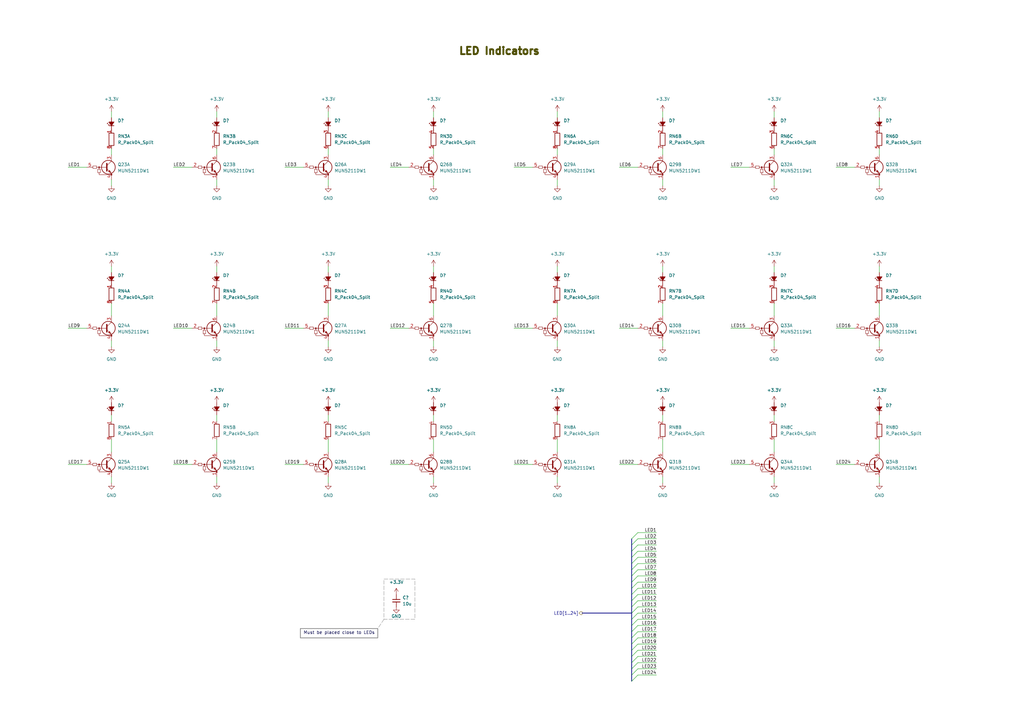
<source format=kicad_sch>
(kicad_sch (version 20230121) (generator eeschema)
  (paper "A3")
  (title_block (title "LED Indicators") (date "2023-06-29") (rev "R1"))
  (lib_symbols
    (symbol "Device:C_Small" (pin_numbers hide) (pin_names (offset 0.254) hide)
      (property "Reference" "C" (at 0.254 1.778 0))
      (property "Value" "C_Small" (at 0.254 -2.032 0))
      (symbol "C_Small_0_1"
        (polyline (pts (xy -1.524 -0.508) (xy 1.524 -0.508)) (stroke (width 0.3302)))
        (polyline (pts (xy -1.524 0.508) (xy 1.524 0.508)) (stroke (width 0.3048)))
      )
      (symbol "C_Small_1_1"
        (pin passive line (at 0 2.54 270) (length 2.032) (name "~") (number "1"))
        (pin passive line (at 0 -2.54 90) (length 2.032) (name "~") (number "2"))
      )
    )
    (symbol "Device:LED_Small_Filled" (pin_numbers hide) (pin_names (offset 0.254) hide)
      (property "Reference" "D" (at -1.27 3.175 0))
      (property "Value" "LED_Small_Filled" (at -4.445 -2.54 0))
      (symbol "LED_Small_Filled_0_1"
        (polyline (pts (xy -0.762 -1.016) (xy -0.762 1.016)) (stroke (width 0.254)))
        (polyline (pts (xy 1.016 0) (xy -0.762 0)))
        (polyline (pts (xy 0.762 -1.016) (xy -0.762 0) (xy 0.762 1.016) (xy 0.762 -1.016)) (stroke (width 0.254)) (fill (type outline)))
        (polyline (pts (xy 0 0.762) (xy -0.508 1.27) (xy -0.254 1.27) (xy -0.508 1.27) (xy -0.508 1.016)))
        (polyline (pts (xy 0.508 1.27) (xy 0 1.778) (xy 0.254 1.778) (xy 0 1.778) (xy 0 1.524)))
      )
      (symbol "LED_Small_Filled_1_1"
        (pin passive line (at -2.54 0 0) (length 1.778) (name "K") (number "1"))
        (pin passive line (at 2.54 0 180) (length 1.778) (name "A") (number "2"))
      )
    )
    (symbol "Device:R_Pack04_Split" (pin_names (offset 0) hide)
      (property "Reference" "RN" (at 2.032 0 90))
      (property "Value" "R_Pack04_Split" (at 0 0 90))
      (symbol "R_Pack04_Split_0_1"
        (rectangle (start 1.016 2.54) (end -1.016 -2.54) (stroke (width 0.254)))
      )
      (symbol "R_Pack04_Split_1_1"
        (pin passive line (at 0 -3.81 90) (length 1.27) (name "R1.1") (number "1"))
        (pin passive line (at 0 3.81 270) (length 1.27) (name "R1.2") (number "8"))
      )
      (symbol "R_Pack04_Split_2_1"
        (pin passive line (at 0 -3.81 90) (length 1.27) (name "R2.1") (number "2"))
        (pin passive line (at 0 3.81 270) (length 1.27) (name "R2.2") (number "7"))
      )
      (symbol "R_Pack04_Split_3_1"
        (pin passive line (at 0 -3.81 90) (length 1.27) (name "R3.1") (number "3"))
        (pin passive line (at 0 3.81 270) (length 1.27) (name "R3.2") (number "6"))
      )
      (symbol "R_Pack04_Split_4_1"
        (pin passive line (at 0 -3.81 90) (length 1.27) (name "R4.1") (number "4"))
        (pin passive line (at 0 3.81 270) (length 1.27) (name "R4.2") (number "5"))
      )
    )
    (symbol "Transistor_BJT:MUN5211DW1" (pin_names hide)
      (property "Reference" "Q" (at 3.81 1.27 0))
      (property "Value" "MUN5211DW1" (at 3.81 -1.27 0))
      (symbol "MUN5211DW1_0_1"
        (rectangle (start -6.35 0.508) (end -4.826 -0.508))
        (rectangle (start -4.318 -2.286) (end -3.302 -0.762))
        (circle (center -3.81 0) (radius 0.254) (fill (type outline)))
        (polyline (pts (xy -3.81 -0.762) (xy -3.81 0)))
        (polyline (pts (xy -0.762 0) (xy -4.826 0)))
        (polyline (pts (xy -0.635 1.524) (xy -0.635 -1.524)) (stroke (width 0.508)))
        (polyline (pts (xy -3.81 -2.286) (xy -3.81 -3.048) (xy 1.27 -3.048)))
        (circle (center 1.27 -3.048) (radius 0.254) (fill (type outline)))
      )
      (symbol "MUN5211DW1_1_1"
        (polyline (pts (xy -0.635 0.635) (xy 1.27 2.54)))
        (polyline (pts (xy -0.635 -0.635) (xy 1.27 -2.54) (xy 1.27 -2.54)))
        (polyline (pts (xy 0 -1.778) (xy 0.508 -1.27) (xy 1.016 -2.286) (xy 0 -1.778) (xy 0 -1.778)) (fill (type outline)))
        (circle (center 0 0) (radius 2.8194) (stroke (width 0.254)))
        (pin passive line (at 1.27 5.08 270) (length 2.54) (name "C1") (number "3"))
        (pin passive line (at 1.27 -5.08 90) (length 2.54) (name "E1") (number "4"))
        (pin input line (at -8.89 0 0) (length 2.54) (name "B1") (number "5"))
      )
      (symbol "MUN5211DW1_2_1"
        (polyline (pts (xy -0.635 0.635) (xy 1.27 2.54)))
        (polyline (pts (xy -0.635 -0.635) (xy 1.27 -2.54) (xy 1.27 -2.54)))
        (polyline (pts (xy 0 -1.778) (xy 0.508 -1.27) (xy 1.016 -2.286) (xy 0 -1.778) (xy 0 -1.778)) (fill (type outline)))
        (circle (center 0 0) (radius 2.8194) (stroke (width 0.254)))
        (pin passive line (at 1.27 -5.08 90) (length 2.54) (name "E2") (number "1"))
        (pin input line (at -8.89 0 0) (length 2.54) (name "B2") (number "2"))
        (pin passive line (at 1.27 5.08 270) (length 2.54) (name "C2") (number "6"))
      )
    )
    (symbol "power:+3.3V" (power) (pin_names (offset 0))
      (property "Value" "+3.3V" (at 0 3.556 0))
      (symbol "+3.3V_0_1"
        (polyline (pts (xy -0.762 1.27) (xy 0 2.54)))
        (polyline (pts (xy 0 0) (xy 0 2.54)))
        (polyline (pts (xy 0 2.54) (xy 0.762 1.27)))
      )
      (symbol "+3.3V_1_1"
        (pin power_in line (at 0 0 90) (length 0) hide (name "+3.3V") (number "1"))
      )
    )
    (symbol "power:GND" (power) (pin_names (offset 0))
      (property "Value" "GND" (at 0 -3.81 0))
      (symbol "GND_0_1"
        (polyline (pts (xy 0 0) (xy 0 -1.27) (xy 1.27 -1.27) (xy 0 -2.54) (xy -1.27 -1.27) (xy 0 -1.27)))
      )
      (symbol "GND_1_1"
        (pin power_in line (at 0 0 270) (length 0) hide (name "GND") (number "1"))
      )
    )
  )
  (bus_entry (at 261.62 241.3) (size -2.54 2.54))
  (bus_entry (at 259.08 231.14) (size 2.54 -2.54))
  (bus_entry (at 259.08 246.38) (size 2.54 -2.54))
  (bus_entry (at 259.08 256.54) (size 2.54 -2.54))
  (bus_entry (at 259.08 236.22) (size 2.54 -2.54))
  (bus_entry (at 259.08 220.98) (size 2.54 -2.54))
  (bus_entry (at 261.62 276.86) (size -2.54 2.54))
  (bus_entry (at 259.08 223.52) (size 2.54 -2.54))
  (bus_entry (at 259.08 226.06) (size 2.54 -2.54))
  (bus_entry (at 259.08 266.7) (size 2.54 -2.54))
  (bus_entry (at 259.08 274.32) (size 2.54 -2.54))
  (bus_entry (at 259.08 238.76) (size 2.54 -2.54))
  (bus_entry (at 259.08 271.78) (size 2.54 -2.54))
  (bus_entry (at 259.08 261.62) (size 2.54 -2.54))
  (bus_entry (at 259.08 233.68) (size 2.54 -2.54))
  (bus_entry (at 259.08 276.86) (size 2.54 -2.54))
  (bus_entry (at 259.08 228.6) (size 2.54 -2.54))
  (bus_entry (at 259.08 264.16) (size 2.54 -2.54))
  (bus_entry (at 259.08 241.3) (size 2.54 -2.54))
  (bus_entry (at 259.08 251.46) (size 2.54 -2.54))
  (bus_entry (at 261.62 266.7) (size -2.54 2.54))
  (bus_entry (at 259.08 248.92) (size 2.54 -2.54))
  (bus_entry (at 259.08 259.08) (size 2.54 -2.54))
  (bus_entry (at 259.08 254) (size 2.54 -2.54))
  (wire (pts (xy 317.5 60.96) (xy 317.5 63.5)))
  (wire (pts (xy 160.02 190.5) (xy 167.64 190.5)))
  (wire (pts (xy 88.9 195.58) (xy 88.9 198.12)))
  (wire (pts (xy 228.6 180.34) (xy 228.6 185.42)))
  (wire (pts (xy 261.62 220.98) (xy 269.24 220.98)))
  (wire (pts (xy 261.62 228.6) (xy 269.24 228.6)))
  (bus (pts (xy 259.08 264.16) (xy 259.08 266.7)))
  (wire (pts (xy 317.5 124.46) (xy 317.5 129.54)))
  (wire (pts (xy 88.9 124.46) (xy 88.9 129.54)))
  (wire (pts (xy 228.6 60.96) (xy 228.6 63.5)))
  (wire (pts (xy 228.6 109.22) (xy 228.6 111.76)))
  (wire (pts (xy 45.72 109.22) (xy 45.72 111.76)))
  (wire (pts (xy 271.78 195.58) (xy 271.78 198.12)))
  (wire (pts (xy 360.68 109.22) (xy 360.68 111.76)))
  (wire (pts (xy 261.62 231.14) (xy 269.24 231.14)))
  (bus (pts (xy 259.08 276.86) (xy 259.08 279.4)))
  (wire (pts (xy 261.62 238.76) (xy 269.24 238.76)))
  (wire (pts (xy 134.62 170.18) (xy 134.62 172.72)))
  (bus (pts (xy 259.08 254) (xy 259.08 256.54)))
  (bus (pts (xy 259.08 238.76) (xy 259.08 241.3)))
  (wire (pts (xy 228.6 73.66) (xy 228.6 76.2)))
  (wire (pts (xy 317.5 48.26) (xy 317.5 45.72)))
  (wire (pts (xy 210.82 190.5) (xy 218.44 190.5)))
  (wire (pts (xy 261.62 236.22) (xy 269.24 236.22)))
  (wire (pts (xy 261.62 233.68) (xy 269.24 233.68)))
  (wire (pts (xy 317.5 180.34) (xy 317.5 185.42)))
  (wire (pts (xy 317.5 195.58) (xy 317.5 198.12)))
  (bus (pts (xy 259.08 274.32) (xy 259.08 276.86)))
  (wire (pts (xy 160.02 134.62) (xy 167.64 134.62)))
  (wire (pts (xy 299.72 134.62) (xy 307.34 134.62)))
  (wire (pts (xy 360.68 60.96) (xy 360.68 63.5)))
  (wire (pts (xy 228.6 124.46) (xy 228.6 129.54)))
  (wire (pts (xy 27.94 68.58) (xy 35.56 68.58)))
  (wire (pts (xy 271.78 60.96) (xy 271.78 63.5)))
  (wire (pts (xy 134.62 48.26) (xy 134.62 45.72)))
  (bus (pts (xy 259.08 269.24) (xy 259.08 271.78)))
  (wire (pts (xy 271.78 109.22) (xy 271.78 111.76)))
  (wire (pts (xy 317.5 139.7) (xy 317.5 142.24)))
  (bus (pts (xy 259.08 251.46) (xy 259.08 254)))
  (wire (pts (xy 254 190.5) (xy 261.62 190.5)))
  (bus (pts (xy 259.08 241.3) (xy 259.08 243.84)))
  (wire (pts (xy 88.9 48.26) (xy 88.9 45.72)))
  (wire (pts (xy 261.62 256.54) (xy 269.24 256.54)))
  (bus (pts (xy 259.08 266.7) (xy 259.08 269.24)))
  (bus (pts (xy 259.08 231.14) (xy 259.08 233.68)))
  (wire (pts (xy 228.6 195.58) (xy 228.6 198.12)))
  (wire (pts (xy 269.24 218.44) (xy 261.62 218.44)))
  (wire (pts (xy 88.9 109.22) (xy 88.9 111.76)))
  (wire (pts (xy 134.62 195.58) (xy 134.62 198.12)))
  (wire (pts (xy 261.62 271.78) (xy 269.24 271.78)))
  (wire (pts (xy 261.62 246.38) (xy 269.24 246.38)))
  (wire (pts (xy 45.72 195.58) (xy 45.72 198.12)))
  (wire (pts (xy 45.72 139.7) (xy 45.72 142.24)))
  (wire (pts (xy 116.84 68.58) (xy 124.46 68.58)))
  (bus (pts (xy 259.08 220.98) (xy 259.08 223.52)))
  (polyline (pts (xy 157.48 254) (xy 154.94 257.81)) (stroke (width 0.15) (type dash) (color 132 132 132 1)))
  (bus (pts (xy 259.08 228.6) (xy 259.08 231.14)))
  (wire (pts (xy 228.6 48.26) (xy 228.6 45.72)))
  (wire (pts (xy 261.62 274.32) (xy 269.24 274.32)))
  (wire (pts (xy 360.68 195.58) (xy 360.68 198.12)))
  (wire (pts (xy 228.6 170.18) (xy 228.6 172.72)))
  (wire (pts (xy 160.02 68.58) (xy 167.64 68.58)))
  (wire (pts (xy 317.5 73.66) (xy 317.5 76.2)))
  (wire (pts (xy 261.62 266.7) (xy 269.24 266.7)))
  (wire (pts (xy 261.62 276.86) (xy 269.24 276.86)))
  (wire (pts (xy 88.9 73.66) (xy 88.9 76.2)))
  (wire (pts (xy 360.68 180.34) (xy 360.68 185.42)))
  (wire (pts (xy 342.9 68.58) (xy 350.52 68.58)))
  (wire (pts (xy 27.94 134.62) (xy 35.56 134.62)))
  (wire (pts (xy 134.62 180.34) (xy 134.62 185.42)))
  (wire (pts (xy 134.62 109.22) (xy 134.62 111.76)))
  (wire (pts (xy 116.84 134.62) (xy 124.46 134.62)))
  (wire (pts (xy 88.9 180.34) (xy 88.9 185.42)))
  (wire (pts (xy 261.62 241.3) (xy 269.24 241.3)))
  (wire (pts (xy 177.8 109.22) (xy 177.8 111.76)))
  (wire (pts (xy 210.82 68.58) (xy 218.44 68.58)))
  (wire (pts (xy 261.62 264.16) (xy 269.24 264.16)))
  (wire (pts (xy 177.8 124.46) (xy 177.8 129.54)))
  (wire (pts (xy 71.12 68.58) (xy 78.74 68.58)))
  (wire (pts (xy 177.8 48.26) (xy 177.8 45.72)))
  (bus (pts (xy 259.08 271.78) (xy 259.08 274.32)))
  (wire (pts (xy 45.72 180.34) (xy 45.72 185.42)))
  (wire (pts (xy 177.8 170.18) (xy 177.8 172.72)))
  (wire (pts (xy 271.78 73.66) (xy 271.78 76.2)))
  (bus (pts (xy 259.08 233.68) (xy 259.08 236.22)))
  (wire (pts (xy 317.5 109.22) (xy 317.5 111.76)))
  (wire (pts (xy 317.5 170.18) (xy 317.5 172.72)))
  (bus (pts (xy 259.08 261.62) (xy 259.08 264.16)))
  (bus (pts (xy 259.08 243.84) (xy 259.08 246.38)))
  (wire (pts (xy 88.9 170.18) (xy 88.9 172.72)))
  (wire (pts (xy 360.68 48.26) (xy 360.68 45.72)))
  (wire (pts (xy 45.72 170.18) (xy 45.72 172.72)))
  (wire (pts (xy 342.9 134.62) (xy 350.52 134.62)))
  (wire (pts (xy 299.72 68.58) (xy 307.34 68.58)))
  (wire (pts (xy 271.78 124.46) (xy 271.78 129.54)))
  (wire (pts (xy 261.62 261.62) (xy 269.24 261.62)))
  (wire (pts (xy 271.78 139.7) (xy 271.78 142.24)))
  (bus (pts (xy 238.76 251.46) (xy 259.08 251.46)))
  (wire (pts (xy 134.62 60.96) (xy 134.62 63.5)))
  (wire (pts (xy 360.68 170.18) (xy 360.68 172.72)))
  (wire (pts (xy 261.62 251.46) (xy 269.24 251.46)))
  (wire (pts (xy 134.62 124.46) (xy 134.62 129.54)))
  (bus (pts (xy 259.08 223.52) (xy 259.08 226.06)))
  (wire (pts (xy 45.72 73.66) (xy 45.72 76.2)))
  (wire (pts (xy 271.78 180.34) (xy 271.78 185.42)))
  (wire (pts (xy 299.72 190.5) (xy 307.34 190.5)))
  (wire (pts (xy 177.8 195.58) (xy 177.8 198.12)))
  (wire (pts (xy 360.68 139.7) (xy 360.68 142.24)))
  (wire (pts (xy 254 134.62) (xy 261.62 134.62)))
  (wire (pts (xy 261.62 248.92) (xy 269.24 248.92)))
  (bus (pts (xy 259.08 248.92) (xy 259.08 251.46)))
  (wire (pts (xy 360.68 73.66) (xy 360.68 76.2)))
  (wire (pts (xy 210.82 134.62) (xy 218.44 134.62)))
  (wire (pts (xy 177.8 60.96) (xy 177.8 63.5)))
  (bus (pts (xy 259.08 259.08) (xy 259.08 261.62)))
  (wire (pts (xy 254 68.58) (xy 261.62 68.58)))
  (bus (pts (xy 259.08 256.54) (xy 259.08 259.08)))
  (wire (pts (xy 261.62 259.08) (xy 269.24 259.08)))
  (wire (pts (xy 261.62 269.24) (xy 269.24 269.24)))
  (wire (pts (xy 261.62 226.06) (xy 269.24 226.06)))
  (wire (pts (xy 271.78 170.18) (xy 271.78 172.72)))
  (wire (pts (xy 134.62 139.7) (xy 134.62 142.24)))
  (wire (pts (xy 71.12 190.5) (xy 78.74 190.5)))
  (wire (pts (xy 116.84 190.5) (xy 124.46 190.5)))
  (wire (pts (xy 27.94 190.5) (xy 35.56 190.5)))
  (bus (pts (xy 259.08 246.38) (xy 259.08 248.92)))
  (wire (pts (xy 45.72 124.46) (xy 45.72 129.54)))
  (wire (pts (xy 228.6 139.7) (xy 228.6 142.24)))
  (wire (pts (xy 177.8 73.66) (xy 177.8 76.2)))
  (wire (pts (xy 134.62 73.66) (xy 134.62 76.2)))
  (wire (pts (xy 71.12 134.62) (xy 78.74 134.62)))
  (wire (pts (xy 271.78 48.26) (xy 271.78 45.72)))
  (wire (pts (xy 360.68 124.46) (xy 360.68 129.54)))
  (wire (pts (xy 45.72 60.96) (xy 45.72 63.5)))
  (wire (pts (xy 261.62 243.84) (xy 269.24 243.84)))
  (wire (pts (xy 45.72 48.26) (xy 45.72 45.72)))
  (wire (pts (xy 342.9 190.5) (xy 350.52 190.5)))
  (bus (pts (xy 259.08 226.06) (xy 259.08 228.6)))
  (wire (pts (xy 88.9 139.7) (xy 88.9 142.24)))
  (wire (pts (xy 261.62 254) (xy 269.24 254)))
  (bus (pts (xy 259.08 236.22) (xy 259.08 238.76)))
  (wire (pts (xy 177.8 139.7) (xy 177.8 142.24)))
  (wire (pts (xy 88.9 60.96) (xy 88.9 63.5)))
  (wire (pts (xy 261.62 223.52) (xy 269.24 223.52)))
  (wire (pts (xy 177.8 180.34) (xy 177.8 185.42)))
  (rectangle (start 123.19 257.81) (end 154.94 261.62) (stroke (width 0.3) (color 132 132 132 1)))
  (rectangle (start 157.48 237.49) (end 170.18 254) (stroke (width 0.15) (type dash) (color 132 132 132 1)))
  (text "Must be placed close to LEDs" (at 124.46 260.35 0) (effects (font (size 1.27 1.27)) (justify left bottom)))
  (text "${TITLE}" (at 187.96 22.86 0) (effects (font (size 3 3) (thickness 0.8) bold) (justify left bottom)))
  (label "LED8" (at 269.24 236.22 180))
  (label "LED4" (at 269.24 226.06 180))
  (label "LED18" (at 269.24 261.62 180))
  (label "LED2" (at 71.12 68.58 0))
  (label "LED22" (at 269.24 271.78 180))
  (label "LED16" (at 342.9 134.62 0))
  (label "LED18" (at 71.12 190.5 0))
  (label "LED12" (at 160.02 134.62 0))
  (label "LED17" (at 27.94 190.5 0))
  (label "LED19" (at 269.24 264.16 180))
  (label "LED19" (at 116.84 190.5 0))
  (label "LED5" (at 269.24 228.6 180))
  (label "LED24" (at 342.9 190.5 0))
  (label "LED12" (at 269.24 246.38 180))
  (label "LED11" (at 116.84 134.62 0))
  (label "LED3" (at 116.84 68.58 0))
  (label "LED15" (at 299.72 134.62 0))
  (label "LED5" (at 210.82 68.58 0))
  (label "LED20" (at 160.02 190.5 0))
  (label "LED23" (at 299.72 190.5 0))
  (label "LED22" (at 254 190.5 0))
  (label "LED17" (at 269.24 259.08 180))
  (label "LED2" (at 269.24 220.98 180))
  (label "LED4" (at 160.02 68.58 0))
  (label "LED7" (at 299.72 68.58 0))
  (label "LED14" (at 269.24 251.46 180))
  (label "LED11" (at 269.24 243.84 180))
  (label "LED1" (at 269.24 218.44 180))
  (label "LED1" (at 27.94 68.58 0))
  (label "LED21" (at 269.24 269.24 180))
  (label "LED10" (at 269.24 241.3 180))
  (label "LED13" (at 269.24 248.92 180))
  (label "LED14" (at 254 134.62 0))
  (label "LED10" (at 71.12 134.62 0))
  (label "LED6" (at 254 68.58 0))
  (label "LED15" (at 269.24 254 180))
  (label "LED9" (at 27.94 134.62 0))
  (label "LED21" (at 210.82 190.5 0))
  (label "LED7" (at 269.24 233.68 180))
  (label "LED16" (at 269.24 256.54 180))
  (label "LED23" (at 269.24 274.32 180))
  (label "LED3" (at 269.24 223.52 180))
  (label "LED24" (at 269.24 276.86 180))
  (label "LED20" (at 269.24 266.7 180))
  (label "LED6" (at 269.24 231.14 180))
  (label "LED13" (at 210.82 134.62 0))
  (label "LED8" (at 342.9 68.58 0))
  (label "LED9" (at 269.24 238.76 180))
  (hierarchical_label "LED[1..24]" (shape output) (at 238.76 251.46 180))
  (symbol (lib_id "power:GND") (at 271.78 142.24 0) (unit 1)
    (property "Reference" "#PWR0214" (effects hide))
    (property "Value" "GND" (at 271.78 147.32 0))
  )
  (symbol (lib_id "power:+3.3V") (at 177.8 45.72 0) (unit 1)
    (property "Reference" "#PWR?" (effects hide))
    (property "Value" "+3.3V" (at 177.8 40.64 0))
    (instances (project "serial_io_expander" (path "" (reference "#PWR?") (unit 1)) (path "" (reference "#PWR?") (unit 1)) (path "" (reference "#PWR0206") (unit 1))))
  )
  (symbol (lib_id "power:+3.3V") (at 228.6 109.22 0) (unit 1)
    (property "Reference" "#PWR?" (effects hide))
    (property "Value" "+3.3V" (at 228.6 104.14 0))
    (instances (project "serial_io_expander" (path "" (reference "#PWR?") (unit 1)) (path "" (reference "#PWR?") (unit 1)) (path "" (reference "#PWR0211") (unit 1))))
  )
  (symbol (lib_id "power:+3.3V") (at 360.68 45.72 0) (unit 1)
    (property "Reference" "#PWR?" (effects hide))
    (property "Value" "+3.3V" (at 360.68 40.64 0))
    (instances (project "serial_io_expander" (path "" (reference "#PWR?") (unit 1)) (path "" (reference "#PWR?") (unit 1)) (path "" (reference "#PWR0231") (unit 1))))
  )
  (symbol (lib_id "power:+3.3V") (at 271.78 45.72 0) (unit 1)
    (property "Reference" "#PWR?" (effects hide))
    (property "Value" "+3.3V" (at 271.78 40.64 0))
    (instances (project "serial_io_expander" (path "" (reference "#PWR?") (unit 1)) (path "" (reference "#PWR?") (unit 1)) (path "" (reference "#PWR0213") (unit 1))))
  )
  (symbol (lib_id "power:GND") (at 317.5 142.24 0) (unit 1)
    (property "Reference" "#PWR0220" (effects hide))
    (property "Value" "GND" (at 317.5 147.32 0))
  )
  (symbol (lib_id "Transistor_BJT:MUN5211DW1") (at 270.51 134.62 0) (unit 2)
    (property "Reference" "Q30" (at 274.32 133.5278 0) (effects (justify left)))
    (property "Value" "MUN5211DW1" (at 274.32 136.0678 0) (effects (justify left)))
    (property "Footprint" "Package_TO_SOT_SMD:SOT-363_SC-70-6" (effects hide))
    (property "Datasheet" "http://www.onsemi.com/pub/Collateral/DTC114ED-D.PDF" (effects hide))
  )
  (symbol (lib_id "power:+3.3V") (at 360.68 109.22 0) (unit 1)
    (property "Reference" "#PWR?" (effects hide))
    (property "Value" "+3.3V" (at 360.68 104.14 0))
    (instances (project "serial_io_expander" (path "" (reference "#PWR?") (unit 1)) (path "" (reference "#PWR?") (unit 1)) (path "" (reference "#PWR0229") (unit 1))))
  )
  (symbol (lib_id "Device:LED_Small_Filled") (at 45.72 50.8 90) (unit 1)
    (property "Reference" "D?" (at 48.26 49.4665 90) (effects (justify right)))
    (property "Value" "LED_Small_Filled" (effects hide))
    (property "Footprint" "LED_SMD:LED_0603_1608Metric" (effects hide))
    (instances (project "serial_io_expander" (path "" (reference "D?") (unit 1)) (path "" (reference "D47") (unit 1))))
  )
  (symbol (lib_id "power:GND") (at 228.6 76.2 0) (unit 1)
    (property "Reference" "#PWR0209" (effects hide))
    (property "Value" "GND" (at 228.6 81.28 0))
  )
  (symbol (lib_id "Device:R_Pack04_Split") (at 45.72 176.53 180) (unit 1)
    (property "Reference" "RN5" (at 48.26 175.26 0) (effects (justify right)))
    (property "Value" "R_Pack04_Split" (at 48.26 177.8 0) (effects (justify right)))
    (property "Footprint" "Resistor_SMD:R_Array_Concave_4x0603" (effects hide))
  )
  (symbol (lib_id "Transistor_BJT:MUN5211DW1") (at 44.45 68.58 0) (unit 1)
    (property "Reference" "Q23" (at 48.26 67.4878 0) (effects (justify left)))
    (property "Value" "MUN5211DW1" (at 48.26 70.0278 0) (effects (justify left)))
    (property "Footprint" "Package_TO_SOT_SMD:SOT-363_SC-70-6" (effects hide))
    (property "Datasheet" "http://www.onsemi.com/pub/Collateral/DTC114ED-D.PDF" (effects hide))
  )
  (symbol (lib_id "Transistor_BJT:MUN5211DW1") (at 316.23 68.58 0) (unit 1)
    (property "Reference" "Q32" (at 320.04 67.4878 0) (effects (justify left)))
    (property "Value" "MUN5211DW1" (at 320.04 70.0278 0) (effects (justify left)))
    (property "Footprint" "Package_TO_SOT_SMD:SOT-363_SC-70-6" (effects hide))
    (property "Datasheet" "http://www.onsemi.com/pub/Collateral/DTC114ED-D.PDF" (effects hide))
  )
  (symbol (lib_id "power:GND") (at 360.68 198.12 0) (unit 1)
    (property "Reference" "#PWR0225" (effects hide))
    (property "Value" "GND" (at 360.68 203.2 0))
  )
  (symbol (lib_id "Device:LED_Small_Filled") (at 271.78 50.8 90) (unit 1)
    (property "Reference" "D?" (at 274.32 49.4665 90) (effects (justify right)))
    (property "Value" "LED_Small_Filled" (effects hide))
    (property "Footprint" "LED_SMD:LED_0603_1608Metric" (effects hide))
    (instances (project "serial_io_expander" (path "" (reference "D?") (unit 1)) (path "" (reference "D62") (unit 1))))
  )
  (symbol (lib_id "Transistor_BJT:MUN5211DW1") (at 176.53 134.62 0) (unit 2)
    (property "Reference" "Q27" (at 180.34 133.5278 0) (effects (justify left)))
    (property "Value" "MUN5211DW1" (at 180.34 136.0678 0) (effects (justify left)))
    (property "Footprint" "Package_TO_SOT_SMD:SOT-363_SC-70-6" (effects hide))
    (property "Datasheet" "http://www.onsemi.com/pub/Collateral/DTC114ED-D.PDF" (effects hide))
  )
  (symbol (lib_id "Device:R_Pack04_Split") (at 45.72 57.15 180) (unit 1)
    (property "Reference" "RN3" (at 48.26 55.88 0) (effects (justify right)))
    (property "Value" "R_Pack04_Split" (at 48.26 58.42 0) (effects (justify right)))
    (property "Footprint" "Resistor_SMD:R_Array_Concave_4x0603" (effects hide))
  )
  (symbol (lib_id "power:+3.3V") (at 177.8 109.22 0) (unit 1)
    (property "Reference" "#PWR?" (effects hide))
    (property "Value" "+3.3V" (at 177.8 104.14 0))
    (instances (project "serial_io_expander" (path "" (reference "#PWR?") (unit 1)) (path "" (reference "#PWR?") (unit 1)) (path "" (reference "#PWR0207") (unit 1))))
  )
  (symbol (lib_id "Transistor_BJT:MUN5211DW1") (at 316.23 134.62 0) (unit 1)
    (property "Reference" "Q33" (at 320.04 133.5278 0) (effects (justify left)))
    (property "Value" "MUN5211DW1" (at 320.04 136.0678 0) (effects (justify left)))
    (property "Footprint" "Package_TO_SOT_SMD:SOT-363_SC-70-6" (effects hide))
    (property "Datasheet" "http://www.onsemi.com/pub/Collateral/DTC114ED-D.PDF" (effects hide))
  )
  (symbol (lib_id "power:GND") (at 317.5 198.12 0) (unit 1)
    (property "Reference" "#PWR0216" (effects hide))
    (property "Value" "GND" (at 317.5 203.2 0))
  )
  (symbol (lib_id "Device:LED_Small_Filled") (at 88.9 50.8 90) (unit 1)
    (property "Reference" "D?" (at 91.44 49.4665 90) (effects (justify right)))
    (property "Value" "LED_Small_Filled" (effects hide))
    (property "Footprint" "LED_SMD:LED_0603_1608Metric" (effects hide))
    (instances (project "serial_io_expander" (path "" (reference "D?") (unit 1)) (path "" (reference "D50") (unit 1))))
  )
  (symbol (lib_id "Device:R_Pack04_Split") (at 88.9 120.65 180) (unit 2)
    (property "Reference" "RN4" (at 91.44 119.38 0) (effects (justify right)))
    (property "Value" "R_Pack04_Split" (at 91.44 121.92 0) (effects (justify right)))
    (property "Footprint" "Resistor_SMD:R_Array_Concave_4x0603" (effects hide))
  )
  (symbol (lib_id "power:GND") (at 317.5 76.2 0) (unit 1)
    (property "Reference" "#PWR0228" (effects hide))
    (property "Value" "GND" (at 317.5 81.28 0))
  )
  (symbol (lib_id "Transistor_BJT:MUN5211DW1") (at 227.33 134.62 0) (unit 1)
    (property "Reference" "Q30" (at 231.14 133.5278 0) (effects (justify left)))
    (property "Value" "MUN5211DW1" (at 231.14 136.0678 0) (effects (justify left)))
    (property "Footprint" "Package_TO_SOT_SMD:SOT-363_SC-70-6" (effects hide))
    (property "Datasheet" "http://www.onsemi.com/pub/Collateral/DTC114ED-D.PDF" (effects hide))
  )
  (symbol (lib_id "power:GND") (at 162.56 248.92 0) (unit 1)
    (property "Reference" "#PWR?" (effects hide))
    (property "Value" "GND" (at 162.56 252.73 0))
    (instances (project "serial_io_expander" (path "" (reference "#PWR?") (unit 1)) (path "" (reference "#PWR?") (unit 1)) (path "" (reference "#PWR0199") (unit 1))))
  )
  (symbol (lib_id "power:GND") (at 360.68 142.24 0) (unit 1)
    (property "Reference" "#PWR0217" (effects hide))
    (property "Value" "GND" (at 360.68 147.32 0))
  )
  (symbol (lib_id "power:GND") (at 134.62 198.12 0) (unit 1)
    (property "Reference" "#PWR0198" (effects hide))
    (property "Value" "GND" (at 134.62 203.2 0))
  )
  (symbol (lib_id "power:+3.3V") (at 317.5 109.22 0) (unit 1)
    (property "Reference" "#PWR?" (effects hide))
    (property "Value" "+3.3V" (at 317.5 104.14 0))
    (instances (project "serial_io_expander" (path "" (reference "#PWR?") (unit 1)) (path "" (reference "#PWR?") (unit 1)) (path "" (reference "#PWR0227") (unit 1))))
  )
  (symbol (lib_id "Device:LED_Small_Filled") (at 228.6 50.8 90) (unit 1)
    (property "Reference" "D?" (at 231.14 49.4665 90) (effects (justify right)))
    (property "Value" "LED_Small_Filled" (effects hide))
    (property "Footprint" "LED_SMD:LED_0603_1608Metric" (effects hide))
    (instances (project "serial_io_expander" (path "" (reference "D?") (unit 1)) (path "" (reference "D59") (unit 1))))
  )
  (symbol (lib_id "Device:LED_Small_Filled") (at 360.68 114.3 90) (unit 1)
    (property "Reference" "D?" (at 363.22 112.9665 90) (effects (justify right)))
    (property "Value" "LED_Small_Filled" (effects hide))
    (property "Footprint" "LED_SMD:LED_0603_1608Metric" (effects hide))
    (instances (project "serial_io_expander" (path "" (reference "D?") (unit 1)) (path "" (reference "D69") (unit 1))))
  )
  (symbol (lib_id "Transistor_BJT:MUN5211DW1") (at 44.45 190.5 0) (unit 1)
    (property "Reference" "Q25" (at 48.26 189.4078 0) (effects (justify left)))
    (property "Value" "MUN5211DW1" (at 48.26 191.9478 0) (effects (justify left)))
    (property "Footprint" "Package_TO_SOT_SMD:SOT-363_SC-70-6" (effects hide))
    (property "Datasheet" "http://www.onsemi.com/pub/Collateral/DTC114ED-D.PDF" (effects hide))
  )
  (symbol (lib_id "Transistor_BJT:MUN5211DW1") (at 133.35 134.62 0) (unit 1)
    (property "Reference" "Q27" (at 137.16 133.5278 0) (effects (justify left)))
    (property "Value" "MUN5211DW1" (at 137.16 136.0678 0) (effects (justify left)))
    (property "Footprint" "Package_TO_SOT_SMD:SOT-363_SC-70-6" (effects hide))
    (property "Datasheet" "http://www.onsemi.com/pub/Collateral/DTC114ED-D.PDF" (effects hide))
  )
  (symbol (lib_id "Device:LED_Small_Filled") (at 317.5 114.3 90) (unit 1)
    (property "Reference" "D?" (at 320.04 112.9665 90) (effects (justify right)))
    (property "Value" "LED_Small_Filled" (effects hide))
    (property "Footprint" "LED_SMD:LED_0603_1608Metric" (effects hide))
    (instances (project "serial_io_expander" (path "" (reference "D?") (unit 1)) (path "" (reference "D66") (unit 1))))
  )
  (symbol (lib_id "Device:LED_Small_Filled") (at 317.5 167.64 90) (unit 1)
    (property "Reference" "D?" (at 320.04 166.3065 90) (effects (justify right)))
    (property "Value" "LED_Small_Filled" (effects hide))
    (property "Footprint" "LED_SMD:LED_0603_1608Metric" (effects hide))
    (instances (project "serial_io_expander" (path "" (reference "D?") (unit 1)) (path "" (reference "D67") (unit 1))))
  )
  (symbol (lib_id "power:+3.3V") (at 134.62 45.72 0) (unit 1)
    (property "Reference" "#PWR?" (effects hide))
    (property "Value" "+3.3V" (at 134.62 40.64 0))
    (instances (project "serial_io_expander" (path "" (reference "#PWR?") (unit 1)) (path "" (reference "#PWR?") (unit 1)) (path "" (reference "#PWR0202") (unit 1))))
  )
  (symbol (lib_id "power:GND") (at 45.72 76.2 0) (unit 1)
    (property "Reference" "#PWR0194" (effects hide))
    (property "Value" "GND" (at 45.72 81.28 0))
  )
  (symbol (lib_id "power:GND") (at 134.62 76.2 0) (unit 1)
    (property "Reference" "#PWR0204" (effects hide))
    (property "Value" "GND" (at 134.62 81.28 0))
  )
  (symbol (lib_id "power:+3.3V") (at 45.72 109.22 0) (unit 1)
    (property "Reference" "#PWR?" (effects hide))
    (property "Value" "+3.3V" (at 45.72 104.14 0))
    (instances (project "serial_io_expander" (path "" (reference "#PWR?") (unit 1)) (path "" (reference "#PWR?") (unit 1)) (path "" (reference "#PWR0188") (unit 1))))
  )
  (symbol (lib_id "power:GND") (at 271.78 76.2 0) (unit 1)
    (property "Reference" "#PWR0212" (effects hide))
    (property "Value" "GND" (at 271.78 81.28 0))
  )
  (symbol (lib_id "Device:LED_Small_Filled") (at 134.62 167.64 90) (unit 1)
    (property "Reference" "D?" (at 137.16 166.3065 90) (effects (justify right)))
    (property "Value" "LED_Small_Filled" (effects hide))
    (property "Footprint" "LED_SMD:LED_0603_1608Metric" (effects hide))
    (instances (project "serial_io_expander" (path "" (reference "D?") (unit 1)) (path "" (reference "D55") (unit 1))))
  )
  (symbol (lib_id "Transistor_BJT:MUN5211DW1") (at 227.33 190.5 0) (unit 1)
    (property "Reference" "Q31" (at 231.14 189.4078 0) (effects (justify left)))
    (property "Value" "MUN5211DW1" (at 231.14 191.9478 0) (effects (justify left)))
    (property "Footprint" "Package_TO_SOT_SMD:SOT-363_SC-70-6" (effects hide))
    (property "Datasheet" "http://www.onsemi.com/pub/Collateral/DTC114ED-D.PDF" (effects hide))
  )
  (symbol (lib_id "Device:LED_Small_Filled") (at 317.5 50.8 90) (unit 1)
    (property "Reference" "D?" (at 320.04 49.4665 90) (effects (justify right)))
    (property "Value" "LED_Small_Filled" (effects hide))
    (property "Footprint" "LED_SMD:LED_0603_1608Metric" (effects hide))
    (instances (project "serial_io_expander" (path "" (reference "D?") (unit 1)) (path "" (reference "D65") (unit 1))))
  )
  (symbol (lib_id "power:GND") (at 177.8 142.24 0) (unit 1)
    (property "Reference" "#PWR0183" (effects hide))
    (property "Value" "GND" (at 177.8 147.32 0))
  )
  (symbol (lib_id "power:GND") (at 271.78 198.12 0) (unit 1)
    (property "Reference" "#PWR0219" (effects hide))
    (property "Value" "GND" (at 271.78 203.2 0))
  )
  (symbol (lib_id "Device:R_Pack04_Split") (at 317.5 120.65 180) (unit 3)
    (property "Reference" "RN7" (at 320.04 119.38 0) (effects (justify right)))
    (property "Value" "R_Pack04_Split" (at 320.04 121.92 0) (effects (justify right)))
    (property "Footprint" "Resistor_SMD:R_Array_Concave_4x0603" (effects hide))
  )
  (symbol (lib_id "power:+3.3V") (at 228.6 165.1 0) (unit 1)
    (property "Reference" "#PWR?" (effects hide))
    (property "Value" "+3.3V" (at 228.6 160.02 0))
    (instances (project "serial_io_expander" (path "" (reference "#PWR?") (unit 1)) (path "" (reference "#PWR?") (unit 1)) (path "" (reference "#PWR0222") (unit 1))))
  )
  (symbol (lib_id "Transistor_BJT:MUN5211DW1") (at 87.63 190.5 0) (unit 2)
    (property "Reference" "Q25" (at 91.44 189.4078 0) (effects (justify left)))
    (property "Value" "MUN5211DW1" (at 91.44 191.9478 0) (effects (justify left)))
    (property "Footprint" "Package_TO_SOT_SMD:SOT-363_SC-70-6" (effects hide))
    (property "Datasheet" "http://www.onsemi.com/pub/Collateral/DTC114ED-D.PDF" (effects hide))
  )
  (symbol (lib_id "power:+3.3V") (at 228.6 45.72 0) (unit 1)
    (property "Reference" "#PWR?" (effects hide))
    (property "Value" "+3.3V" (at 228.6 40.64 0))
    (instances (project "serial_io_expander" (path "" (reference "#PWR?") (unit 1)) (path "" (reference "#PWR?") (unit 1)) (path "" (reference "#PWR0208") (unit 1))))
  )
  (symbol (lib_id "Device:R_Pack04_Split") (at 271.78 120.65 180) (unit 2)
    (property "Reference" "RN7" (at 274.32 119.38 0) (effects (justify right)))
    (property "Value" "R_Pack04_Split" (at 274.32 121.92 0) (effects (justify right)))
    (property "Footprint" "Resistor_SMD:R_Array_Concave_4x0603" (effects hide))
  )
  (symbol (lib_id "Device:LED_Small_Filled") (at 177.8 167.64 90) (unit 1)
    (property "Reference" "D?" (at 180.34 166.3065 90) (effects (justify right)))
    (property "Value" "LED_Small_Filled" (effects hide))
    (property "Footprint" "LED_SMD:LED_0603_1608Metric" (effects hide))
    (instances (project "serial_io_expander" (path "" (reference "D?") (unit 1)) (path "" (reference "D58") (unit 1))))
  )
  (symbol (lib_id "Transistor_BJT:MUN5211DW1") (at 270.51 190.5 0) (unit 2)
    (property "Reference" "Q31" (at 274.32 189.4078 0) (effects (justify left)))
    (property "Value" "MUN5211DW1" (at 274.32 191.9478 0) (effects (justify left)))
    (property "Footprint" "Package_TO_SOT_SMD:SOT-363_SC-70-6" (effects hide))
    (property "Datasheet" "http://www.onsemi.com/pub/Collateral/DTC114ED-D.PDF" (effects hide))
  )
  (symbol (lib_id "Device:R_Pack04_Split") (at 45.72 120.65 180) (unit 1)
    (property "Reference" "RN4" (at 48.26 119.38 0) (effects (justify right)))
    (property "Value" "R_Pack04_Split" (at 48.26 121.92 0) (effects (justify right)))
    (property "Footprint" "Resistor_SMD:R_Array_Concave_4x0603" (effects hide))
  )
  (symbol (lib_id "power:GND") (at 228.6 198.12 0) (unit 1)
    (property "Reference" "#PWR0223" (effects hide))
    (property "Value" "GND" (at 228.6 203.2 0))
  )
  (symbol (lib_id "Transistor_BJT:MUN5211DW1") (at 44.45 134.62 0) (unit 1)
    (property "Reference" "Q24" (at 48.26 133.5278 0) (effects (justify left)))
    (property "Value" "MUN5211DW1" (at 48.26 136.0678 0) (effects (justify left)))
    (property "Footprint" "Package_TO_SOT_SMD:SOT-363_SC-70-6" (effects hide))
    (property "Datasheet" "http://www.onsemi.com/pub/Collateral/DTC114ED-D.PDF" (effects hide))
  )
  (symbol (lib_id "Device:LED_Small_Filled") (at 88.9 167.64 90) (unit 1)
    (property "Reference" "D?" (at 91.44 166.3065 90) (effects (justify right)))
    (property "Value" "LED_Small_Filled" (effects hide))
    (property "Footprint" "LED_SMD:LED_0603_1608Metric" (effects hide))
    (instances (project "serial_io_expander" (path "" (reference "D?") (unit 1)) (path "" (reference "D52") (unit 1))))
  )
  (symbol (lib_id "power:+3.3V") (at 88.9 109.22 0) (unit 1)
    (property "Reference" "#PWR?" (effects hide))
    (property "Value" "+3.3V" (at 88.9 104.14 0))
    (instances (project "serial_io_expander" (path "" (reference "#PWR?") (unit 1)) (path "" (reference "#PWR?") (unit 1)) (path "" (reference "#PWR0189") (unit 1))))
  )
  (symbol (lib_id "Device:R_Pack04_Split") (at 177.8 57.15 180) (unit 4)
    (property "Reference" "RN3" (at 180.34 55.88 0) (effects (justify right)))
    (property "Value" "R_Pack04_Split" (at 180.34 58.42 0) (effects (justify right)))
    (property "Footprint" "Resistor_SMD:R_Array_Concave_4x0603" (effects hide))
  )
  (symbol (lib_id "power:+3.3V") (at 271.78 109.22 0) (unit 1)
    (property "Reference" "#PWR?" (effects hide))
    (property "Value" "+3.3V" (at 271.78 104.14 0))
    (instances (project "serial_io_expander" (path "" (reference "#PWR?") (unit 1)) (path "" (reference "#PWR?") (unit 1)) (path "" (reference "#PWR0215") (unit 1))))
  )
  (symbol (lib_id "Transistor_BJT:MUN5211DW1") (at 133.35 68.58 0) (unit 1)
    (property "Reference" "Q26" (at 137.16 67.4878 0) (effects (justify left)))
    (property "Value" "MUN5211DW1" (at 137.16 70.0278 0) (effects (justify left)))
    (property "Footprint" "Package_TO_SOT_SMD:SOT-363_SC-70-6" (effects hide))
    (property "Datasheet" "http://www.onsemi.com/pub/Collateral/DTC114ED-D.PDF" (effects hide))
  )
  (symbol (lib_id "Device:R_Pack04_Split") (at 88.9 57.15 180) (unit 2)
    (property "Reference" "RN3" (at 91.44 55.88 0) (effects (justify right)))
    (property "Value" "R_Pack04_Split" (at 91.44 58.42 0) (effects (justify right)))
    (property "Footprint" "Resistor_SMD:R_Array_Concave_4x0603" (effects hide))
  )
  (symbol (lib_id "power:+3.3V") (at 177.8 165.1 0) (unit 1)
    (property "Reference" "#PWR?" (effects hide))
    (property "Value" "+3.3V" (at 177.8 160.02 0))
    (instances (project "serial_io_expander" (path "" (reference "#PWR?") (unit 1)) (path "" (reference "#PWR?") (unit 1)) (path "" (reference "#PWR0182") (unit 1))))
  )
  (symbol (lib_id "Device:LED_Small_Filled") (at 360.68 167.64 90) (unit 1)
    (property "Reference" "D?" (at 363.22 166.3065 90) (effects (justify right)))
    (property "Value" "LED_Small_Filled" (effects hide))
    (property "Footprint" "LED_SMD:LED_0603_1608Metric" (effects hide))
    (instances (project "serial_io_expander" (path "" (reference "D?") (unit 1)) (path "" (reference "D70") (unit 1))))
  )
  (symbol (lib_id "Device:R_Pack04_Split") (at 177.8 120.65 180) (unit 4)
    (property "Reference" "RN4" (at 180.34 119.38 0) (effects (justify right)))
    (property "Value" "R_Pack04_Split" (at 180.34 121.92 0) (effects (justify right)))
    (property "Footprint" "Resistor_SMD:R_Array_Concave_4x0603" (effects hide))
  )
  (symbol (lib_id "power:+3.3V") (at 317.5 165.1 0) (unit 1)
    (property "Reference" "#PWR?" (effects hide))
    (property "Value" "+3.3V" (at 317.5 160.02 0))
    (instances (project "serial_io_expander" (path "" (reference "#PWR?") (unit 1)) (path "" (reference "#PWR?") (unit 1)) (path "" (reference "#PWR0221") (unit 1))))
  )
  (symbol (lib_id "Device:LED_Small_Filled") (at 271.78 167.64 90) (unit 1)
    (property "Reference" "D?" (at 274.32 166.3065 90) (effects (justify right)))
    (property "Value" "LED_Small_Filled" (effects hide))
    (property "Footprint" "LED_SMD:LED_0603_1608Metric" (effects hide))
    (instances (project "serial_io_expander" (path "" (reference "D?") (unit 1)) (path "" (reference "D64") (unit 1))))
  )
  (symbol (lib_id "power:+3.3V") (at 88.9 165.1 0) (unit 1)
    (property "Reference" "#PWR?" (effects hide))
    (property "Value" "+3.3V" (at 88.9 160.02 0))
    (instances (project "serial_io_expander" (path "" (reference "#PWR?") (unit 1)) (path "" (reference "#PWR?") (unit 1)) (path "" (reference "#PWR0186") (unit 1))))
  )
  (symbol (lib_id "Transistor_BJT:MUN5211DW1") (at 270.51 68.58 0) (unit 2)
    (property "Reference" "Q29" (at 274.32 67.4878 0) (effects (justify left)))
    (property "Value" "MUN5211DW1" (at 274.32 70.0278 0) (effects (justify left)))
    (property "Footprint" "Package_TO_SOT_SMD:SOT-363_SC-70-6" (effects hide))
    (property "Datasheet" "http://www.onsemi.com/pub/Collateral/DTC114ED-D.PDF" (effects hide))
  )
  (symbol (lib_id "Device:LED_Small_Filled") (at 88.9 114.3 90) (unit 1)
    (property "Reference" "D?" (at 91.44 112.9665 90) (effects (justify right)))
    (property "Value" "LED_Small_Filled" (effects hide))
    (property "Footprint" "LED_SMD:LED_0603_1608Metric" (effects hide))
    (instances (project "serial_io_expander" (path "" (reference "D?") (unit 1)) (path "" (reference "D51") (unit 1))))
  )
  (symbol (lib_id "Device:R_Pack04_Split") (at 360.68 120.65 180) (unit 4)
    (property "Reference" "RN7" (at 363.22 119.38 0) (effects (justify right)))
    (property "Value" "R_Pack04_Split" (at 363.22 121.92 0) (effects (justify right)))
    (property "Footprint" "Resistor_SMD:R_Array_Concave_4x0603" (effects hide))
  )
  (symbol (lib_id "Device:LED_Small_Filled") (at 360.68 50.8 90) (unit 1)
    (property "Reference" "D?" (at 363.22 49.4665 90) (effects (justify right)))
    (property "Value" "LED_Small_Filled" (effects hide))
    (property "Footprint" "LED_SMD:LED_0603_1608Metric" (effects hide))
    (instances (project "serial_io_expander" (path "" (reference "D?") (unit 1)) (path "" (reference "D68") (unit 1))))
  )
  (symbol (lib_id "power:GND") (at 177.8 198.12 0) (unit 1)
    (property "Reference" "#PWR0201" (effects hide))
    (property "Value" "GND" (at 177.8 203.2 0))
  )
  (symbol (lib_id "power:GND") (at 88.9 142.24 0) (unit 1)
    (property "Reference" "#PWR0187" (effects hide))
    (property "Value" "GND" (at 88.9 147.32 0))
  )
  (symbol (lib_id "Device:R_Pack04_Split") (at 228.6 120.65 180) (unit 1)
    (property "Reference" "RN7" (at 231.14 119.38 0) (effects (justify right)))
    (property "Value" "R_Pack04_Split" (at 231.14 121.92 0) (effects (justify right)))
    (property "Footprint" "Resistor_SMD:R_Array_Concave_4x0603" (effects hide))
  )
  (symbol (lib_id "Device:R_Pack04_Split") (at 134.62 120.65 180) (unit 3)
    (property "Reference" "RN4" (at 137.16 119.38 0) (effects (justify right)))
    (property "Value" "R_Pack04_Split" (at 137.16 121.92 0) (effects (justify right)))
    (property "Footprint" "Resistor_SMD:R_Array_Concave_4x0603" (effects hide))
  )
  (symbol (lib_id "Transistor_BJT:MUN5211DW1") (at 87.63 134.62 0) (unit 2)
    (property "Reference" "Q24" (at 91.44 133.5278 0) (effects (justify left)))
    (property "Value" "MUN5211DW1" (at 91.44 136.0678 0) (effects (justify left)))
    (property "Footprint" "Package_TO_SOT_SMD:SOT-363_SC-70-6" (effects hide))
    (property "Datasheet" "http://www.onsemi.com/pub/Collateral/DTC114ED-D.PDF" (effects hide))
  )
  (symbol (lib_id "Device:LED_Small_Filled") (at 177.8 50.8 90) (unit 1)
    (property "Reference" "D?" (at 180.34 49.4665 90) (effects (justify right)))
    (property "Value" "LED_Small_Filled" (effects hide))
    (property "Footprint" "LED_SMD:LED_0603_1608Metric" (effects hide))
    (instances (project "serial_io_expander" (path "" (reference "D?") (unit 1)) (path "" (reference "D56") (unit 1))))
  )
  (symbol (lib_id "power:GND") (at 88.9 198.12 0) (unit 1)
    (property "Reference" "#PWR0191" (effects hide))
    (property "Value" "GND" (at 88.9 203.2 0))
  )
  (symbol (lib_id "Device:R_Pack04_Split") (at 271.78 176.53 180) (unit 2)
    (property "Reference" "RN8" (at 274.32 175.26 0) (effects (justify right)))
    (property "Value" "R_Pack04_Split" (at 274.32 177.8 0) (effects (justify right)))
    (property "Footprint" "Resistor_SMD:R_Array_Concave_4x0603" (effects hide))
  )
  (symbol (lib_id "Device:LED_Small_Filled") (at 271.78 114.3 90) (unit 1)
    (property "Reference" "D?" (at 274.32 112.9665 90) (effects (justify right)))
    (property "Value" "LED_Small_Filled" (effects hide))
    (property "Footprint" "LED_SMD:LED_0603_1608Metric" (effects hide))
    (instances (project "serial_io_expander" (path "" (reference "D?") (unit 1)) (path "" (reference "D63") (unit 1))))
  )
  (symbol (lib_id "power:GND") (at 45.72 198.12 0) (unit 1)
    (property "Reference" "#PWR0192" (effects hide))
    (property "Value" "GND" (at 45.72 203.2 0))
  )
  (symbol (lib_id "Device:R_Pack04_Split") (at 134.62 176.53 180) (unit 3)
    (property "Reference" "RN5" (at 137.16 175.26 0) (effects (justify right)))
    (property "Value" "R_Pack04_Split" (at 137.16 177.8 0) (effects (justify right)))
    (property "Footprint" "Resistor_SMD:R_Array_Concave_4x0603" (effects hide))
  )
  (symbol (lib_id "Device:R_Pack04_Split") (at 177.8 176.53 180) (unit 4)
    (property "Reference" "RN5" (at 180.34 175.26 0) (effects (justify right)))
    (property "Value" "R_Pack04_Split" (at 180.34 177.8 0) (effects (justify right)))
    (property "Footprint" "Resistor_SMD:R_Array_Concave_4x0603" (effects hide))
  )
  (symbol (lib_id "power:+3.3V") (at 134.62 109.22 0) (unit 1)
    (property "Reference" "#PWR?" (effects hide))
    (property "Value" "+3.3V" (at 134.62 104.14 0))
    (instances (project "serial_io_expander" (path "" (reference "#PWR?") (unit 1)) (path "" (reference "#PWR?") (unit 1)) (path "" (reference "#PWR0205") (unit 1))))
  )
  (symbol (lib_id "power:GND") (at 360.68 76.2 0) (unit 1)
    (property "Reference" "#PWR0226" (effects hide))
    (property "Value" "GND" (at 360.68 81.28 0))
  )
  (symbol (lib_id "Device:R_Pack04_Split") (at 360.68 57.15 180) (unit 4)
    (property "Reference" "RN6" (at 363.22 55.88 0) (effects (justify right)))
    (property "Value" "R_Pack04_Split" (at 363.22 58.42 0) (effects (justify right)))
    (property "Footprint" "Resistor_SMD:R_Array_Concave_4x0603" (effects hide))
  )
  (symbol (lib_id "Device:R_Pack04_Split") (at 271.78 57.15 180) (unit 2)
    (property "Reference" "RN6" (at 274.32 55.88 0) (effects (justify right)))
    (property "Value" "R_Pack04_Split" (at 274.32 58.42 0) (effects (justify right)))
    (property "Footprint" "Resistor_SMD:R_Array_Concave_4x0603" (effects hide))
  )
  (symbol (lib_id "Transistor_BJT:MUN5211DW1") (at 359.41 134.62 0) (unit 2)
    (property "Reference" "Q33" (at 363.22 133.5278 0) (effects (justify left)))
    (property "Value" "MUN5211DW1" (at 363.22 136.0678 0) (effects (justify left)))
    (property "Footprint" "Package_TO_SOT_SMD:SOT-363_SC-70-6" (effects hide))
    (property "Datasheet" "http://www.onsemi.com/pub/Collateral/DTC114ED-D.PDF" (effects hide))
  )
  (symbol (lib_id "Transistor_BJT:MUN5211DW1") (at 176.53 68.58 0) (unit 2)
    (property "Reference" "Q26" (at 180.34 67.4878 0) (effects (justify left)))
    (property "Value" "MUN5211DW1" (at 180.34 70.0278 0) (effects (justify left)))
    (property "Footprint" "Package_TO_SOT_SMD:SOT-363_SC-70-6" (effects hide))
    (property "Datasheet" "http://www.onsemi.com/pub/Collateral/DTC114ED-D.PDF" (effects hide))
  )
  (symbol (lib_id "power:GND") (at 88.9 76.2 0) (unit 1)
    (property "Reference" "#PWR0195" (effects hide))
    (property "Value" "GND" (at 88.9 81.28 0))
  )
  (symbol (lib_id "Device:LED_Small_Filled") (at 134.62 50.8 90) (unit 1)
    (property "Reference" "D?" (at 137.16 49.4665 90) (effects (justify right)))
    (property "Value" "LED_Small_Filled" (effects hide))
    (property "Footprint" "LED_SMD:LED_0603_1608Metric" (effects hide))
    (instances (project "serial_io_expander" (path "" (reference "D?") (unit 1)) (path "" (reference "D53") (unit 1))))
  )
  (symbol (lib_id "Device:LED_Small_Filled") (at 228.6 167.64 90) (unit 1)
    (property "Reference" "D?" (at 231.14 166.3065 90) (effects (justify right)))
    (property "Value" "LED_Small_Filled" (effects hide))
    (property "Footprint" "LED_SMD:LED_0603_1608Metric" (effects hide))
    (instances (project "serial_io_expander" (path "" (reference "D?") (unit 1)) (path "" (reference "D61") (unit 1))))
  )
  (symbol (lib_id "power:GND") (at 45.72 142.24 0) (unit 1)
    (property "Reference" "#PWR0190" (effects hide))
    (property "Value" "GND" (at 45.72 147.32 0))
  )
  (symbol (lib_id "Transistor_BJT:MUN5211DW1") (at 359.41 68.58 0) (unit 2)
    (property "Reference" "Q32" (at 363.22 67.4878 0) (effects (justify left)))
    (property "Value" "MUN5211DW1" (at 363.22 70.0278 0) (effects (justify left)))
    (property "Footprint" "Package_TO_SOT_SMD:SOT-363_SC-70-6" (effects hide))
    (property "Datasheet" "http://www.onsemi.com/pub/Collateral/DTC114ED-D.PDF" (effects hide))
  )
  (symbol (lib_id "power:+3.3V") (at 88.9 45.72 0) (unit 1)
    (property "Reference" "#PWR?" (effects hide))
    (property "Value" "+3.3V" (at 88.9 40.64 0))
    (instances (project "serial_io_expander" (path "" (reference "#PWR?") (unit 1)) (path "" (reference "#PWR?") (unit 1)) (path "" (reference "#PWR0196") (unit 1))))
  )
  (symbol (lib_id "Transistor_BJT:MUN5211DW1") (at 316.23 190.5 0) (unit 1)
    (property "Reference" "Q34" (at 320.04 189.4078 0) (effects (justify left)))
    (property "Value" "MUN5211DW1" (at 320.04 191.9478 0) (effects (justify left)))
    (property "Footprint" "Package_TO_SOT_SMD:SOT-363_SC-70-6" (effects hide))
    (property "Datasheet" "http://www.onsemi.com/pub/Collateral/DTC114ED-D.PDF" (effects hide))
  )
  (symbol (lib_id "Transistor_BJT:MUN5211DW1") (at 87.63 68.58 0) (unit 2)
    (property "Reference" "Q23" (at 91.44 67.4878 0) (effects (justify left)))
    (property "Value" "MUN5211DW1" (at 91.44 70.0278 0) (effects (justify left)))
    (property "Footprint" "Package_TO_SOT_SMD:SOT-363_SC-70-6" (effects hide))
    (property "Datasheet" "http://www.onsemi.com/pub/Collateral/DTC114ED-D.PDF" (effects hide))
  )
  (symbol (lib_id "Device:C_Small") (at 162.56 246.38 0) (unit 1)
    (property "Reference" "C?" (at 165.1 245.1163 0) (effects (justify left)))
    (property "Value" "10u" (at 165.1 247.6563 0) (effects (justify left)))
    (property "Footprint" "Capacitor_SMD:C_0805_2012Metric" (effects hide))
    (property "PartkeeprID" "52" (effects hide))
    (instances (project "serial_io_expander" (path "" (reference "C?") (unit 1)) (path "" (reference "C?") (unit 1)) (path "" (reference "C13") (unit 1))))
  )
  (symbol (lib_id "Device:LED_Small_Filled") (at 45.72 167.64 90) (unit 1)
    (property "Reference" "D?" (at 48.26 166.3065 90) (effects (justify right)))
    (property "Value" "LED_Small_Filled" (effects hide))
    (property "Footprint" "LED_SMD:LED_0603_1608Metric" (effects hide))
    (instances (project "serial_io_expander" (path "" (reference "D?") (unit 1)) (path "" (reference "D49") (unit 1))))
  )
  (symbol (lib_id "Transistor_BJT:MUN5211DW1") (at 133.35 190.5 0) (unit 1)
    (property "Reference" "Q28" (at 137.16 189.4078 0) (effects (justify left)))
    (property "Value" "MUN5211DW1" (at 137.16 191.9478 0) (effects (justify left)))
    (property "Footprint" "Package_TO_SOT_SMD:SOT-363_SC-70-6" (effects hide))
    (property "Datasheet" "http://www.onsemi.com/pub/Collateral/DTC114ED-D.PDF" (effects hide))
  )
  (symbol (lib_id "Device:R_Pack04_Split") (at 317.5 57.15 180) (unit 3)
    (property "Reference" "RN6" (at 320.04 55.88 0) (effects (justify right)))
    (property "Value" "R_Pack04_Split" (at 320.04 58.42 0) (effects (justify right)))
    (property "Footprint" "Resistor_SMD:R_Array_Concave_4x0603" (effects hide))
  )
  (symbol (lib_id "Device:LED_Small_Filled") (at 177.8 114.3 90) (unit 1)
    (property "Reference" "D?" (at 180.34 112.9665 90) (effects (justify right)))
    (property "Value" "LED_Small_Filled" (effects hide))
    (property "Footprint" "LED_SMD:LED_0603_1608Metric" (effects hide))
    (instances (project "serial_io_expander" (path "" (reference "D?") (unit 1)) (path "" (reference "D57") (unit 1))))
  )
  (symbol (lib_id "power:+3.3V") (at 317.5 45.72 0) (unit 1)
    (property "Reference" "#PWR?" (effects hide))
    (property "Value" "+3.3V" (at 317.5 40.64 0))
    (instances (project "serial_io_expander" (path "" (reference "#PWR?") (unit 1)) (path "" (reference "#PWR?") (unit 1)) (path "" (reference "#PWR0230") (unit 1))))
  )
  (symbol (lib_id "Transistor_BJT:MUN5211DW1") (at 176.53 190.5 0) (unit 2)
    (property "Reference" "Q28" (at 180.34 189.4078 0) (effects (justify left)))
    (property "Value" "MUN5211DW1" (at 180.34 191.9478 0) (effects (justify left)))
    (property "Footprint" "Package_TO_SOT_SMD:SOT-363_SC-70-6" (effects hide))
    (property "Datasheet" "http://www.onsemi.com/pub/Collateral/DTC114ED-D.PDF" (effects hide))
  )
  (symbol (lib_id "power:+3.3V") (at 162.56 243.84 0) (unit 1)
    (property "Reference" "#PWR?" (effects hide))
    (property "Value" "+3.3V" (at 162.56 238.76 0))
    (instances (project "serial_io_expander" (path "" (reference "#PWR?") (unit 1)) (path "" (reference "#PWR?") (unit 1)) (path "" (reference "#PWR0200") (unit 1))))
  )
  (symbol (lib_id "Transistor_BJT:MUN5211DW1") (at 359.41 190.5 0) (unit 2)
    (property "Reference" "Q34" (at 363.22 189.4078 0) (effects (justify left)))
    (property "Value" "MUN5211DW1" (at 363.22 191.9478 0) (effects (justify left)))
    (property "Footprint" "Package_TO_SOT_SMD:SOT-363_SC-70-6" (effects hide))
    (property "Datasheet" "http://www.onsemi.com/pub/Collateral/DTC114ED-D.PDF" (effects hide))
  )
  (symbol (lib_id "power:+3.3V") (at 134.62 165.1 0) (unit 1)
    (property "Reference" "#PWR?" (effects hide))
    (property "Value" "+3.3V" (at 134.62 160.02 0))
    (instances (project "serial_io_expander" (path "" (reference "#PWR?") (unit 1)) (path "" (reference "#PWR?") (unit 1)) (path "" (reference "#PWR0185") (unit 1))))
  )
  (symbol (lib_id "power:GND") (at 177.8 76.2 0) (unit 1)
    (property "Reference" "#PWR0203" (effects hide))
    (property "Value" "GND" (at 177.8 81.28 0))
  )
  (symbol (lib_id "Device:R_Pack04_Split") (at 88.9 176.53 180) (unit 2)
    (property "Reference" "RN5" (at 91.44 175.26 0) (effects (justify right)))
    (property "Value" "R_Pack04_Split" (at 91.44 177.8 0) (effects (justify right)))
    (property "Footprint" "Resistor_SMD:R_Array_Concave_4x0603" (effects hide))
  )
  (symbol (lib_id "Device:R_Pack04_Split") (at 228.6 176.53 180) (unit 1)
    (property "Reference" "RN8" (at 231.14 175.26 0) (effects (justify right)))
    (property "Value" "R_Pack04_Split" (at 231.14 177.8 0) (effects (justify right)))
    (property "Footprint" "Resistor_SMD:R_Array_Concave_4x0603" (effects hide))
  )
  (symbol (lib_id "Device:LED_Small_Filled") (at 45.72 114.3 90) (unit 1)
    (property "Reference" "D?" (at 48.26 112.9665 90) (effects (justify right)))
    (property "Value" "LED_Small_Filled" (effects hide))
    (property "Footprint" "LED_SMD:LED_0603_1608Metric" (effects hide))
    (instances (project "serial_io_expander" (path "" (reference "D?") (unit 1)) (path "" (reference "D48") (unit 1))))
  )
  (symbol (lib_id "Device:LED_Small_Filled") (at 228.6 114.3 90) (unit 1)
    (property "Reference" "D?" (at 231.14 112.9665 90) (effects (justify right)))
    (property "Value" "LED_Small_Filled" (effects hide))
    (property "Footprint" "LED_SMD:LED_0603_1608Metric" (effects hide))
    (instances (project "serial_io_expander" (path "" (reference "D?") (unit 1)) (path "" (reference "D60") (unit 1))))
  )
  (symbol (lib_id "power:+3.3V") (at 271.78 165.1 0) (unit 1)
    (property "Reference" "#PWR?" (effects hide))
    (property "Value" "+3.3V" (at 271.78 160.02 0))
    (instances (project "serial_io_expander" (path "" (reference "#PWR?") (unit 1)) (path "" (reference "#PWR?") (unit 1)) (path "" (reference "#PWR0224") (unit 1))))
  )
  (symbol (lib_id "Device:R_Pack04_Split") (at 317.5 176.53 180) (unit 3)
    (property "Reference" "RN8" (at 320.04 175.26 0) (effects (justify right)))
    (property "Value" "R_Pack04_Split" (at 320.04 177.8 0) (effects (justify right)))
    (property "Footprint" "Resistor_SMD:R_Array_Concave_4x0603" (effects hide))
  )
  (symbol (lib_id "power:+3.3V") (at 360.68 165.1 0) (unit 1)
    (property "Reference" "#PWR?" (effects hide))
    (property "Value" "+3.3V" (at 360.68 160.02 0))
    (instances (project "serial_io_expander" (path "" (reference "#PWR?") (unit 1)) (path "" (reference "#PWR?") (unit 1)) (path "" (reference "#PWR0218") (unit 1))))
  )
  (symbol (lib_id "Device:R_Pack04_Split") (at 134.62 57.15 180) (unit 3)
    (property "Reference" "RN3" (at 137.16 55.88 0) (effects (justify right)))
    (property "Value" "R_Pack04_Split" (at 137.16 58.42 0) (effects (justify right)))
    (property "Footprint" "Resistor_SMD:R_Array_Concave_4x0603" (effects hide))
  )
  (symbol (lib_id "power:+3.3V") (at 45.72 45.72 0) (unit 1)
    (property "Reference" "#PWR?" (effects hide))
    (property "Value" "+3.3V" (at 45.72 40.64 0))
    (instances (project "serial_io_expander" (path "" (reference "#PWR?") (unit 1)) (path "" (reference "#PWR?") (unit 1)) (path "" (reference "#PWR0197") (unit 1))))
  )
  (symbol (lib_id "power:GND") (at 228.6 142.24 0) (unit 1)
    (property "Reference" "#PWR0210" (effects hide))
    (property "Value" "GND" (at 228.6 147.32 0))
  )
  (symbol (lib_id "Transistor_BJT:MUN5211DW1") (at 227.33 68.58 0) (unit 1)
    (property "Reference" "Q29" (at 231.14 67.4878 0) (effects (justify left)))
    (property "Value" "MUN5211DW1" (at 231.14 70.0278 0) (effects (justify left)))
    (property "Footprint" "Package_TO_SOT_SMD:SOT-363_SC-70-6" (effects hide))
    (property "Datasheet" "http://www.onsemi.com/pub/Collateral/DTC114ED-D.PDF" (effects hide))
  )
  (symbol (lib_id "Device:R_Pack04_Split") (at 360.68 176.53 180) (unit 4)
    (property "Reference" "RN8" (at 363.22 175.26 0) (effects (justify right)))
    (property "Value" "R_Pack04_Split" (at 363.22 177.8 0) (effects (justify right)))
    (property "Footprint" "Resistor_SMD:R_Array_Concave_4x0603" (effects hide))
  )
  (symbol (lib_id "power:GND") (at 134.62 142.24 0) (unit 1)
    (property "Reference" "#PWR0184" (effects hide))
    (property "Value" "GND" (at 134.62 147.32 0))
  )
  (symbol (lib_id "Device:LED_Small_Filled") (at 134.62 114.3 90) (unit 1)
    (property "Reference" "D?" (at 137.16 112.9665 90) (effects (justify right)))
    (property "Value" "LED_Small_Filled" (effects hide))
    (property "Footprint" "LED_SMD:LED_0603_1608Metric" (effects hide))
    (instances (project "serial_io_expander" (path "" (reference "D?") (unit 1)) (path "" (reference "D54") (unit 1))))
  )
  (symbol (lib_id "power:+3.3V") (at 45.72 165.1 0) (unit 1)
    (property "Reference" "#PWR?" (effects hide))
    (property "Value" "+3.3V" (at 45.72 160.02 0))
    (instances (project "serial_io_expander" (path "" (reference "#PWR?") (unit 1)) (path "" (reference "#PWR?") (unit 1)) (path "" (reference "#PWR0193") (unit 1))))
  )
  (symbol (lib_id "Device:R_Pack04_Split") (at 228.6 57.15 180) (unit 1)
    (property "Reference" "RN6" (at 231.14 55.88 0) (effects (justify right)))
    (property "Value" "R_Pack04_Split" (at 231.14 58.42 0) (effects (justify right)))
    (property "Footprint" "Resistor_SMD:R_Array_Concave_4x0603" (effects hide))
  )
)
</source>
